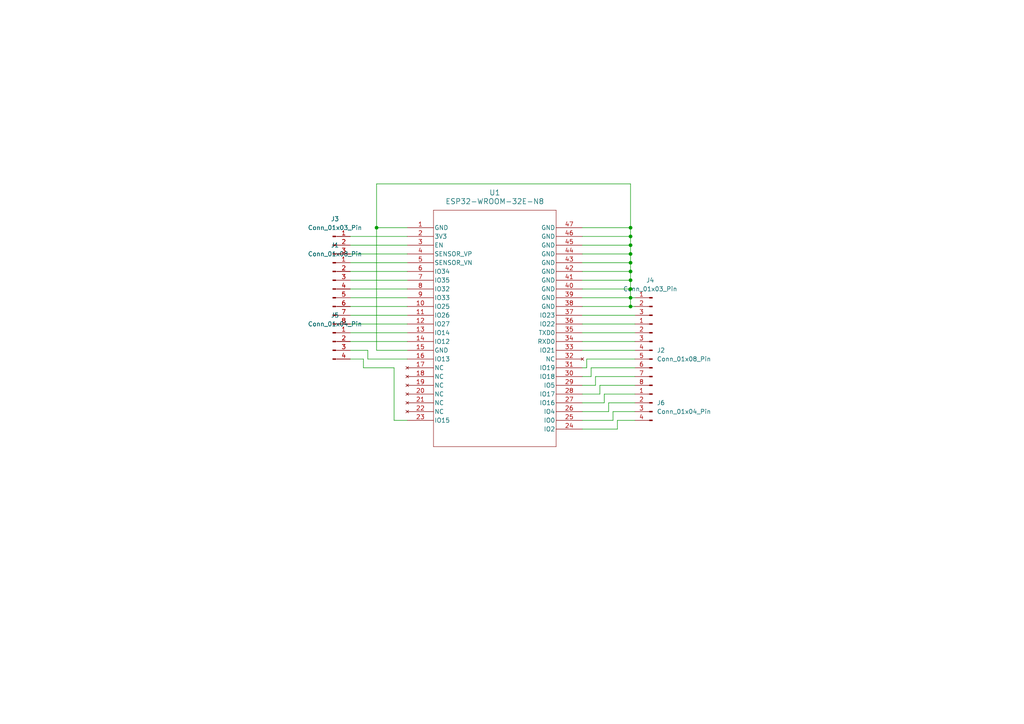
<source format=kicad_sch>
(kicad_sch (version 20231120) (generator "eeschema") (generator_version "8.0")
  (paper "A4")
  (lib_symbols
    (symbol "Connector:Conn_01x03_Pin" (pin_names (offset 1.016) hide)
      (property "Reference" "J" (at 0 5.08 0))
      (property "Value" "Conn_01x03_Pin" (at 0 -5.08 0))
      (symbol "Conn_01x03_Pin_1_1"
        (polyline (pts (xy 1.27 -2.54) (xy 0.8636 -2.54)) (stroke (width 0.1524)))
        (polyline (pts (xy 1.27 0) (xy 0.8636 0)) (stroke (width 0.1524)))
        (polyline (pts (xy 1.27 2.54) (xy 0.8636 2.54)) (stroke (width 0.1524)))
        (rectangle (start 0.8636 -2.413) (end 0 -2.667) (stroke (width 0.1524)) (fill (type outline)))
        (rectangle (start 0.8636 0.127) (end 0 -0.127) (stroke (width 0.1524)) (fill (type outline)))
        (rectangle (start 0.8636 2.667) (end 0 2.413) (stroke (width 0.1524)) (fill (type outline)))
        (pin passive line (at 5.08 2.54 180) (length 3.81) (name "Pin_1") (number "1"))
        (pin passive line (at 5.08 0 180) (length 3.81) (name "Pin_2") (number "2"))
        (pin passive line (at 5.08 -2.54 180) (length 3.81) (name "Pin_3") (number "3"))
      )
    )
    (symbol "Connector:Conn_01x04_Pin" (pin_names (offset 1.016) hide)
      (property "Reference" "J" (at 0 5.08 0))
      (property "Value" "Conn_01x04_Pin" (at 0 -7.62 0))
      (symbol "Conn_01x04_Pin_1_1"
        (polyline (pts (xy 1.27 -5.08) (xy 0.8636 -5.08)) (stroke (width 0.1524)))
        (polyline (pts (xy 1.27 -2.54) (xy 0.8636 -2.54)) (stroke (width 0.1524)))
        (polyline (pts (xy 1.27 0) (xy 0.8636 0)) (stroke (width 0.1524)))
        (polyline (pts (xy 1.27 2.54) (xy 0.8636 2.54)) (stroke (width 0.1524)))
        (rectangle (start 0.8636 -4.953) (end 0 -5.207) (stroke (width 0.1524)) (fill (type outline)))
        (rectangle (start 0.8636 -2.413) (end 0 -2.667) (stroke (width 0.1524)) (fill (type outline)))
        (rectangle (start 0.8636 0.127) (end 0 -0.127) (stroke (width 0.1524)) (fill (type outline)))
        (rectangle (start 0.8636 2.667) (end 0 2.413) (stroke (width 0.1524)) (fill (type outline)))
        (pin passive line (at 5.08 2.54 180) (length 3.81) (name "Pin_1") (number "1"))
        (pin passive line (at 5.08 0 180) (length 3.81) (name "Pin_2") (number "2"))
        (pin passive line (at 5.08 -2.54 180) (length 3.81) (name "Pin_3") (number "3"))
        (pin passive line (at 5.08 -5.08 180) (length 3.81) (name "Pin_4") (number "4"))
      )
    )
    (symbol "Connector:Conn_01x08_Pin" (pin_names (offset 1.016) hide)
      (property "Reference" "J" (at 0 10.16 0))
      (property "Value" "Conn_01x08_Pin" (at 0 -12.7 0))
      (symbol "Conn_01x08_Pin_1_1"
        (polyline (pts (xy 1.27 -10.16) (xy 0.8636 -10.16)) (stroke (width 0.1524)))
        (polyline (pts (xy 1.27 -7.62) (xy 0.8636 -7.62)) (stroke (width 0.1524)))
        (polyline (pts (xy 1.27 -5.08) (xy 0.8636 -5.08)) (stroke (width 0.1524)))
        (polyline (pts (xy 1.27 -2.54) (xy 0.8636 -2.54)) (stroke (width 0.1524)))
        (polyline (pts (xy 1.27 0) (xy 0.8636 0)) (stroke (width 0.1524)))
        (polyline (pts (xy 1.27 2.54) (xy 0.8636 2.54)) (stroke (width 0.1524)))
        (polyline (pts (xy 1.27 5.08) (xy 0.8636 5.08)) (stroke (width 0.1524)))
        (polyline (pts (xy 1.27 7.62) (xy 0.8636 7.62)) (stroke (width 0.1524)))
        (rectangle (start 0.8636 -10.033) (end 0 -10.287) (stroke (width 0.1524)) (fill (type outline)))
        (rectangle (start 0.8636 -7.493) (end 0 -7.747) (stroke (width 0.1524)) (fill (type outline)))
        (rectangle (start 0.8636 -4.953) (end 0 -5.207) (stroke (width 0.1524)) (fill (type outline)))
        (rectangle (start 0.8636 -2.413) (end 0 -2.667) (stroke (width 0.1524)) (fill (type outline)))
        (rectangle (start 0.8636 0.127) (end 0 -0.127) (stroke (width 0.1524)) (fill (type outline)))
        (rectangle (start 0.8636 2.667) (end 0 2.413) (stroke (width 0.1524)) (fill (type outline)))
        (rectangle (start 0.8636 5.207) (end 0 4.953) (stroke (width 0.1524)) (fill (type outline)))
        (rectangle (start 0.8636 7.747) (end 0 7.493) (stroke (width 0.1524)) (fill (type outline)))
        (pin passive line (at 5.08 7.62 180) (length 3.81) (name "Pin_1") (number "1"))
        (pin passive line (at 5.08 5.08 180) (length 3.81) (name "Pin_2") (number "2"))
        (pin passive line (at 5.08 2.54 180) (length 3.81) (name "Pin_3") (number "3"))
        (pin passive line (at 5.08 0 180) (length 3.81) (name "Pin_4") (number "4"))
        (pin passive line (at 5.08 -2.54 180) (length 3.81) (name "Pin_5") (number "5"))
        (pin passive line (at 5.08 -5.08 180) (length 3.81) (name "Pin_6") (number "6"))
        (pin passive line (at 5.08 -7.62 180) (length 3.81) (name "Pin_7") (number "7"))
        (pin passive line (at 5.08 -10.16 180) (length 3.81) (name "Pin_8") (number "8"))
      )
    )
    (symbol "PVA_board:ESP32-WROOM-32E-N8" (pin_names (offset 0.254))
      (property "Reference" "U" (at 25.4 10.16 0))
      (property "Value" "ESP32-WROOM-32E-N8" (at 25.4 7.62 0))
      (symbol "ESP32-WROOM-32E-N8_0_1"
        (polyline (pts (xy 7.62 -63.5) (xy 43.18 -63.5)) (stroke (width 0.127)))
        (polyline (pts (xy 7.62 5.08) (xy 7.62 -63.5)) (stroke (width 0.127)))
        (polyline (pts (xy 43.18 -63.5) (xy 43.18 5.08)) (stroke (width 0.127)))
        (polyline (pts (xy 43.18 5.08) (xy 7.62 5.08)) (stroke (width 0.127)))
        (pin power_out line (at 0 0 0) (length 7.62) (name "GND") (number "1"))
        (pin bidirectional line (at 0 -22.86 0) (length 7.62) (name "IO25") (number "10"))
        (pin bidirectional line (at 0 -25.4 0) (length 7.62) (name "IO26") (number "11"))
        (pin bidirectional line (at 0 -27.94 0) (length 7.62) (name "IO27") (number "12"))
        (pin bidirectional line (at 0 -30.48 0) (length 7.62) (name "IO14") (number "13"))
        (pin bidirectional line (at 0 -33.02 0) (length 7.62) (name "IO12") (number "14"))
        (pin power_out line (at 0 -35.56 0) (length 7.62) (name "GND") (number "15"))
        (pin bidirectional line (at 0 -38.1 0) (length 7.62) (name "IO13") (number "16"))
        (pin no_connect line (at 0 -40.64 0) (length 7.62) (name "NC") (number "17"))
        (pin no_connect line (at 0 -43.18 0) (length 7.62) (name "NC") (number "18"))
        (pin no_connect line (at 0 -45.72 0) (length 7.62) (name "NC") (number "19"))
        (pin power_in line (at 0 -2.54 0) (length 7.62) (name "3V3") (number "2"))
        (pin no_connect line (at 0 -48.26 0) (length 7.62) (name "NC") (number "20"))
        (pin no_connect line (at 0 -50.8 0) (length 7.62) (name "NC") (number "21"))
        (pin no_connect line (at 0 -53.34 0) (length 7.62) (name "NC") (number "22"))
        (pin bidirectional line (at 0 -55.88 0) (length 7.62) (name "IO15") (number "23"))
        (pin bidirectional line (at 50.8 -58.42 180) (length 7.62) (name "IO2") (number "24"))
        (pin bidirectional line (at 50.8 -55.88 180) (length 7.62) (name "IO0") (number "25"))
        (pin bidirectional line (at 50.8 -53.34 180) (length 7.62) (name "IO4") (number "26"))
        (pin bidirectional line (at 50.8 -50.8 180) (length 7.62) (name "IO16") (number "27"))
        (pin bidirectional line (at 50.8 -48.26 180) (length 7.62) (name "IO17") (number "28"))
        (pin bidirectional line (at 50.8 -45.72 180) (length 7.62) (name "IO5") (number "29"))
        (pin input line (at 0 -5.08 0) (length 7.62) (name "EN") (number "3"))
        (pin bidirectional line (at 50.8 -43.18 180) (length 7.62) (name "IO18") (number "30"))
        (pin bidirectional line (at 50.8 -40.64 180) (length 7.62) (name "IO19") (number "31"))
        (pin no_connect line (at 50.8 -38.1 180) (length 7.62) (name "NC") (number "32"))
        (pin bidirectional line (at 50.8 -35.56 180) (length 7.62) (name "IO21") (number "33"))
        (pin bidirectional line (at 50.8 -33.02 180) (length 7.62) (name "RXD0") (number "34"))
        (pin bidirectional line (at 50.8 -30.48 180) (length 7.62) (name "TXD0") (number "35"))
        (pin bidirectional line (at 50.8 -27.94 180) (length 7.62) (name "IO22") (number "36"))
        (pin bidirectional line (at 50.8 -25.4 180) (length 7.62) (name "IO23") (number "37"))
        (pin power_out line (at 50.8 -22.86 180) (length 7.62) (name "GND") (number "38"))
        (pin power_out line (at 50.8 -20.32 180) (length 7.62) (name "GND") (number "39"))
        (pin input line (at 0 -7.62 0) (length 7.62) (name "SENSOR_VP") (number "4"))
        (pin power_out line (at 50.8 -17.78 180) (length 7.62) (name "GND") (number "40"))
        (pin power_out line (at 50.8 -15.24 180) (length 7.62) (name "GND") (number "41"))
        (pin power_out line (at 50.8 -12.7 180) (length 7.62) (name "GND") (number "42"))
        (pin power_out line (at 50.8 -10.16 180) (length 7.62) (name "GND") (number "43"))
        (pin power_out line (at 50.8 -7.62 180) (length 7.62) (name "GND") (number "44"))
        (pin power_out line (at 50.8 -5.08 180) (length 7.62) (name "GND") (number "45"))
        (pin power_out line (at 50.8 -2.54 180) (length 7.62) (name "GND") (number "46"))
        (pin power_out line (at 50.8 0 180) (length 7.62) (name "GND") (number "47"))
        (pin input line (at 0 -10.16 0) (length 7.62) (name "SENSOR_VN") (number "5"))
        (pin input line (at 0 -12.7 0) (length 7.62) (name "IO34") (number "6"))
        (pin input line (at 0 -15.24 0) (length 7.62) (name "IO35") (number "7"))
        (pin bidirectional line (at 0 -17.78 0) (length 7.62) (name "IO32") (number "8"))
        (pin bidirectional line (at 0 -20.32 0) (length 7.62) (name "IO33") (number "9"))
      )
    )
  )
  (junction (at 182.88 88.9))
  (junction (at 182.88 83.82))
  (junction (at 182.88 66.04))
  (junction (at 182.88 78.74))
  (junction (at 182.88 71.12))
  (junction (at 182.88 68.58))
  (junction (at 182.88 81.28))
  (junction (at 182.88 86.36))
  (junction (at 182.88 73.66))
  (junction (at 109.22 66.04))
  (junction (at 182.88 76.2))
  (wire (pts (xy 182.88 66.04) (xy 182.88 68.58)))
  (wire (pts (xy 109.22 53.34) (xy 182.88 53.34)))
  (wire (pts (xy 109.22 101.6) (xy 118.11 101.6)))
  (wire (pts (xy 109.22 101.6) (xy 109.22 66.04)))
  (wire (pts (xy 101.6 83.82) (xy 118.11 83.82)))
  (wire (pts (xy 182.88 86.36) (xy 182.88 88.9)))
  (wire (pts (xy 182.88 76.2) (xy 182.88 78.74)))
  (wire (pts (xy 168.91 121.92) (xy 177.8 121.92)))
  (wire (pts (xy 101.6 91.44) (xy 118.11 91.44)))
  (wire (pts (xy 184.15 91.44) (xy 168.91 91.44)))
  (wire (pts (xy 168.91 119.38) (xy 176.53 119.38)))
  (wire (pts (xy 168.91 124.46) (xy 179.07 124.46)))
  (wire (pts (xy 101.6 86.36) (xy 118.11 86.36)))
  (wire (pts (xy 114.3 106.68) (xy 114.3 121.92)))
  (wire (pts (xy 172.72 109.22) (xy 184.15 109.22)))
  (wire (pts (xy 182.88 78.74) (xy 168.91 78.74)))
  (wire (pts (xy 175.26 114.3) (xy 184.15 114.3)))
  (wire (pts (xy 101.6 71.12) (xy 118.11 71.12)))
  (wire (pts (xy 182.88 78.74) (xy 182.88 81.28)))
  (wire (pts (xy 175.26 116.84) (xy 175.26 114.3)))
  (wire (pts (xy 172.72 111.76) (xy 172.72 109.22)))
  (wire (pts (xy 182.88 83.82) (xy 182.88 86.36)))
  (wire (pts (xy 170.18 104.14) (xy 184.15 104.14)))
  (wire (pts (xy 106.68 104.14) (xy 118.11 104.14)))
  (wire (pts (xy 182.88 81.28) (xy 168.91 81.28)))
  (wire (pts (xy 182.88 68.58) (xy 182.88 71.12)))
  (wire (pts (xy 179.07 124.46) (xy 179.07 121.92)))
  (wire (pts (xy 106.68 101.6) (xy 106.68 104.14)))
  (wire (pts (xy 109.22 66.04) (xy 109.22 53.34)))
  (wire (pts (xy 173.99 111.76) (xy 184.15 111.76)))
  (wire (pts (xy 177.8 119.38) (xy 184.15 119.38)))
  (wire (pts (xy 101.6 88.9) (xy 118.11 88.9)))
  (wire (pts (xy 101.6 93.98) (xy 118.11 93.98)))
  (wire (pts (xy 171.45 109.22) (xy 171.45 106.68)))
  (wire (pts (xy 182.88 71.12) (xy 182.88 73.66)))
  (wire (pts (xy 182.88 81.28) (xy 182.88 83.82)))
  (wire (pts (xy 182.88 86.36) (xy 168.91 86.36)))
  (wire (pts (xy 179.07 121.92) (xy 184.15 121.92)))
  (wire (pts (xy 176.53 116.84) (xy 184.15 116.84)))
  (wire (pts (xy 114.3 121.92) (xy 118.11 121.92)))
  (wire (pts (xy 182.88 88.9) (xy 168.91 88.9)))
  (wire (pts (xy 101.6 76.2) (xy 118.11 76.2)))
  (wire (pts (xy 184.15 99.06) (xy 168.91 99.06)))
  (wire (pts (xy 168.91 116.84) (xy 175.26 116.84)))
  (wire (pts (xy 176.53 119.38) (xy 176.53 116.84)))
  (wire (pts (xy 182.88 53.34) (xy 182.88 66.04)))
  (wire (pts (xy 101.6 78.74) (xy 118.11 78.74)))
  (wire (pts (xy 182.88 73.66) (xy 182.88 76.2)))
  (wire (pts (xy 182.88 76.2) (xy 168.91 76.2)))
  (wire (pts (xy 182.88 68.58) (xy 168.91 68.58)))
  (wire (pts (xy 101.6 101.6) (xy 106.68 101.6)))
  (wire (pts (xy 105.41 106.68) (xy 105.41 104.14)))
  (wire (pts (xy 177.8 121.92) (xy 177.8 119.38)))
  (wire (pts (xy 101.6 81.28) (xy 118.11 81.28)))
  (wire (pts (xy 184.15 96.52) (xy 168.91 96.52)))
  (wire (pts (xy 182.88 66.04) (xy 168.91 66.04)))
  (wire (pts (xy 184.15 86.36) (xy 182.88 86.36)))
  (wire (pts (xy 168.91 114.3) (xy 173.99 114.3)))
  (wire (pts (xy 101.6 73.66) (xy 118.11 73.66)))
  (wire (pts (xy 184.15 101.6) (xy 168.91 101.6)))
  (wire (pts (xy 182.88 71.12) (xy 168.91 71.12)))
  (wire (pts (xy 101.6 96.52) (xy 118.11 96.52)))
  (wire (pts (xy 109.22 66.04) (xy 118.11 66.04)))
  (wire (pts (xy 101.6 68.58) (xy 118.11 68.58)))
  (wire (pts (xy 184.15 93.98) (xy 168.91 93.98)))
  (wire (pts (xy 105.41 104.14) (xy 101.6 104.14)))
  (wire (pts (xy 182.88 83.82) (xy 168.91 83.82)))
  (wire (pts (xy 105.41 106.68) (xy 114.3 106.68)))
  (wire (pts (xy 184.15 88.9) (xy 182.88 88.9)))
  (wire (pts (xy 171.45 106.68) (xy 184.15 106.68)))
  (wire (pts (xy 101.6 99.06) (xy 118.11 99.06)))
  (wire (pts (xy 168.91 111.76) (xy 172.72 111.76)))
  (wire (pts (xy 168.91 106.68) (xy 170.18 106.68)))
  (wire (pts (xy 168.91 109.22) (xy 171.45 109.22)))
  (wire (pts (xy 173.99 114.3) (xy 173.99 111.76)))
  (wire (pts (xy 182.88 73.66) (xy 168.91 73.66)))
  (wire (pts (xy 170.18 106.68) (xy 170.18 104.14)))
  (symbol (lib_id "Connector:Conn_01x08_Pin") (at 96.52 83.82 0) (unit 1)
    (property "Reference" "J1" (at 97.155 71.12 0))
    (property "Value" "Conn_01x08_Pin" (at 97.155 73.66 0))
    (property "Description" "Generic connector, single row, 01x08, script generated" (effects (hide yes)))
  )
  (symbol (lib_id "Connector:Conn_01x04_Pin") (at 96.52 99.06 0) (unit 1)
    (property "Reference" "J5" (at 97.155 91.44 0))
    (property "Value" "Conn_01x04_Pin" (at 97.155 93.98 0))
    (property "Description" "Generic connector, single row, 01x04, script generated" (effects (hide yes)))
  )
  (symbol (lib_id "Connector:Conn_01x03_Pin") (at 189.23 88.9 0) (mirror y) (unit 1)
    (property "Reference" "J4" (at 188.595 81.28 0))
    (property "Value" "Conn_01x03_Pin" (at 188.595 83.82 0))
    (property "Description" "Generic connector, single row, 01x03, script generated" (effects (hide yes)))
  )
  (symbol (lib_id "PVA_board:ESP32-WROOM-32E-N8") (at 118.11 66.04 0) (unit 1)
    (property "Reference" "U1" (at 143.51 55.88 0) (effects (font (size 1.524 1.524))))
    (property "Value" "ESP32-WROOM-32E-N8" (at 143.51 58.42 0) (effects (font (size 1.524 1.524))))
    (property "Footprint" "PVA_board:ESP32­WROOM­32E_EXP" (effects (hide yes)))
    (property "Datasheet" "ESP32-WROOM-32E-N8" (effects (hide yes)))
  )
  (symbol (lib_id "Connector:Conn_01x04_Pin") (at 189.23 116.84 0) (mirror y) (unit 1)
    (property "Reference" "J6" (at 190.5 116.8399 0) (effects (justify right)))
    (property "Value" "Conn_01x04_Pin" (at 190.5 119.3799 0) (effects (justify right)))
    (property "Description" "Generic connector, single row, 01x04, script generated" (effects (hide yes)))
  )
  (symbol (lib_id "Connector:Conn_01x03_Pin") (at 96.52 71.12 0) (unit 1)
    (property "Reference" "J3" (at 97.155 63.5 0))
    (property "Value" "Conn_01x03_Pin" (at 97.155 66.04 0))
    (property "Description" "Generic connector, single row, 01x03, script generated" (effects (hide yes)))
  )
  (symbol (lib_id "Connector:Conn_01x08_Pin") (at 189.23 101.6 0) (mirror y) (unit 1)
    (property "Reference" "J2" (at 190.5 101.5999 0) (effects (justify right)))
    (property "Value" "Conn_01x08_Pin" (at 190.5 104.1399 0) (effects (justify right)))
    (property "Description" "Generic connector, single row, 01x08, script generated" (effects (hide yes)))
  )
)
</source>
